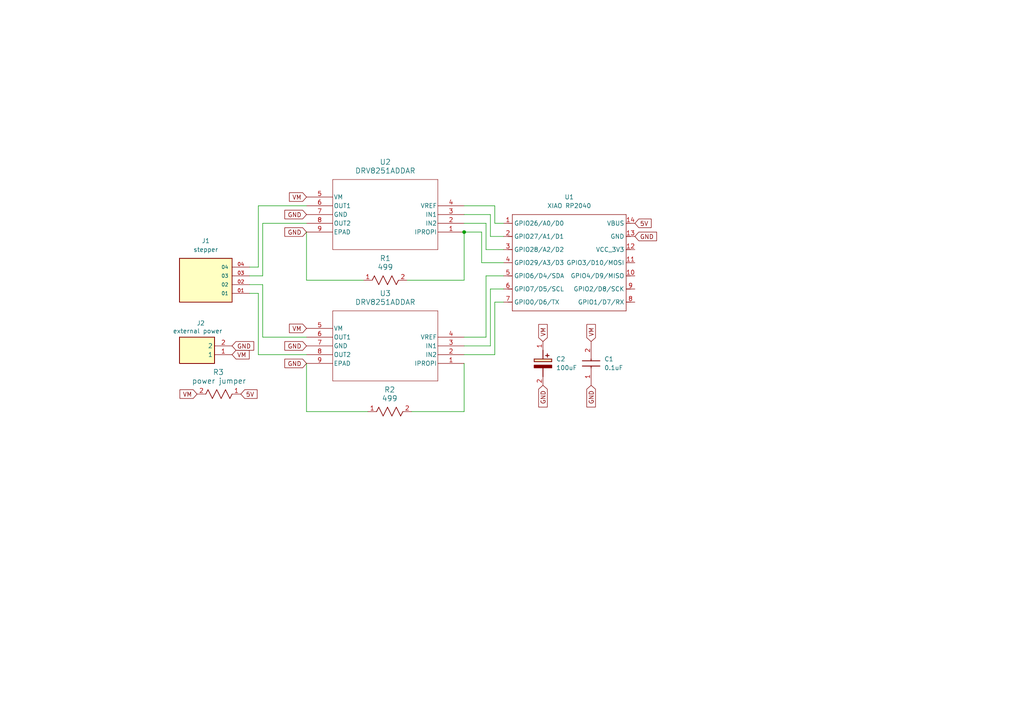
<source format=kicad_sch>
(kicad_sch (version 20250114) (generator "eeschema") (generator_version "9.0")
  (paper "A4")
  (lib_symbols
    (symbol "Neil:Capacitor 1206" (pin_names (hide yes))
      (property "Reference" "C" (at 8.89 6.35 0))
      (property "Value" "1uF" (at 8.89 3.81 0))
      (symbol "Capacitor 1206_1_1"
        (polyline (pts (xy 5.08 0) (xy 5.588 0)) (stroke (width 0.254)))
        (polyline (pts (xy 5.588 2.54) (xy 5.588 -2.54)) (stroke (width 0.254)))
        (polyline (pts (xy 7.112 2.54) (xy 7.112 -2.54)) (stroke (width 0.254)))
        (polyline (pts (xy 7.112 0) (xy 7.62 0)) (stroke (width 0.254)))
        (pin passive line (at 0 0 0) (length 5.08) (name "1") (number "1"))
        (pin passive line (at 12.7 0 180) (length 5.08) (name "2") (number "2"))
      )
    )
    (symbol "Neil:DRV8251ADDAR" (pin_names (offset 0.254))
      (property "Reference" "U" (at 22.86 10.16 0))
      (property "Value" "DRV8251ADDAR" (at 22.86 7.62 0))
      (symbol "DRV8251ADDAR_0_1"
        (polyline (pts (xy 7.62 5.08) (xy 7.62 -15.24)) (stroke (width 0.127)))
        (polyline (pts (xy 7.62 -15.24) (xy 38.1 -15.24)) (stroke (width 0.127)))
        (polyline (pts (xy 38.1 5.08) (xy 7.62 5.08)) (stroke (width 0.127)))
        (polyline (pts (xy 38.1 -15.24) (xy 38.1 5.08)) (stroke (width 0.127)))
        (pin power_in line (at 0 0 0) (length 7.62) (name "IPROPI") (number "1"))
        (pin input line (at 0 -2.54 0) (length 7.62) (name "IN2") (number "2"))
        (pin input line (at 0 -5.08 0) (length 7.62) (name "IN1") (number "3"))
        (pin power_in line (at 0 -7.62 0) (length 7.62) (name "VREF") (number "4"))
        (pin power_out line (at 45.72 0 180) (length 7.62) (name "EPAD") (number "9"))
        (pin output line (at 45.72 -2.54 180) (length 7.62) (name "OUT2") (number "8"))
        (pin power_out line (at 45.72 -5.08 180) (length 7.62) (name "GND") (number "7"))
        (pin output line (at 45.72 -7.62 180) (length 7.62) (name "OUT1") (number "6"))
        (pin power_in line (at 45.72 -10.16 180) (length 7.62) (name "VM") (number "5"))
      )
    )
    (symbol "Neil:Resistor 1206" (pin_names (offset 0.254))
      (property "Reference" "R" (at 5.715 3.81 0))
      (property "Value" "1k" (at 6.35 -3.81 0))
      (symbol "Resistor 1206_1_1"
        (polyline (pts (xy 2.54 0) (xy 3.175 1.27)) (stroke (width 0.2032)))
        (polyline (pts (xy 3.175 1.27) (xy 4.445 -1.27)) (stroke (width 0.2032)))
        (polyline (pts (xy 4.445 -1.27) (xy 5.715 1.27)) (stroke (width 0.2032)))
        (polyline (pts (xy 5.715 1.27) (xy 6.985 -1.27)) (stroke (width 0.2032)))
        (polyline (pts (xy 6.985 -1.27) (xy 8.255 1.27)) (stroke (width 0.2032)))
        (polyline (pts (xy 8.255 1.27) (xy 9.525 -1.27)) (stroke (width 0.2032)))
        (polyline (pts (xy 9.525 -1.27) (xy 10.16 0)) (stroke (width 0.2032)))
        (pin unspecified line (at 0 0 0) (length 2.54) (name "") (number "1"))
        (pin unspecified line (at 12.7 0 180) (length 2.54) (name "") (number "2"))
      )
      (symbol "Resistor 1206_1_2"
        (polyline (pts (xy -1.27 8.255) (xy 1.27 9.525)) (stroke (width 0.2032)))
        (polyline (pts (xy -1.27 5.715) (xy 1.27 6.985)) (stroke (width 0.2032)))
        (polyline (pts (xy -1.27 3.175) (xy 1.27 4.445)) (stroke (width 0.2032)))
        (polyline (pts (xy 0 2.54) (xy -1.27 3.175)) (stroke (width 0.2032)))
        (polyline (pts (xy 1.27 9.525) (xy 0 10.16)) (stroke (width 0.2032)))
        (polyline (pts (xy 1.27 6.985) (xy -1.27 8.255)) (stroke (width 0.2032)))
        (polyline (pts (xy 1.27 4.445) (xy -1.27 5.715)) (stroke (width 0.2032)))
        (pin unspecified line (at 0 12.7 270) (length 2.54) (name "") (number "1"))
        (pin unspecified line (at 0 0 90) (length 2.54) (name "") (number "2"))
      )
    )
    (symbol "Neil:XIAO RP2040"
      (property "Reference" "U" (at 1.016 2.794 0))
      (property "Value" "XIAO-RP2040" (at 7.62 1.016 0))
      (symbol "XIAO RP2040_1_0"
        (polyline (pts (xy 0 0) (xy 33.02 0)) (stroke (width 0.1524)))
        (polyline (pts (xy 0 -2.54) (xy -1.27 -2.54)) (stroke (width 0.1524)))
        (polyline (pts (xy 0 -2.54) (xy 0 0)) (stroke (width 0.1524)))
        (polyline (pts (xy 0 -6.35) (xy -1.27 -6.35)) (stroke (width 0.1524)))
        (polyline (pts (xy 0 -6.35) (xy 0 -2.54)) (stroke (width 0.1524)))
        (polyline (pts (xy 0 -10.16) (xy -1.27 -10.16)) (stroke (width 0.1524)))
        (polyline (pts (xy 0 -10.16) (xy 0 -6.35)) (stroke (width 0.1524)))
        (polyline (pts (xy 0 -13.97) (xy -1.27 -13.97)) (stroke (width 0.1524)))
        (polyline (pts (xy 0 -13.97) (xy 0 -10.16)) (stroke (width 0.1524)))
        (polyline (pts (xy 0 -17.78) (xy -1.27 -17.78)) (stroke (width 0.1524)))
        (polyline (pts (xy 0 -21.59) (xy -1.27 -21.59)) (stroke (width 0.1524)))
        (polyline (pts (xy 0 -25.4) (xy -1.27 -25.4)) (stroke (width 0.1524)))
        (polyline (pts (xy 0 -27.94) (xy 0 -13.97)) (stroke (width 0.1524)))
        (polyline (pts (xy 33.02 0) (xy 33.02 -2.54)) (stroke (width 0.1524)))
        (polyline (pts (xy 33.02 -2.54) (xy 33.02 -6.35)) (stroke (width 0.1524)))
        (polyline (pts (xy 33.02 -6.35) (xy 33.02 -10.16)) (stroke (width 0.1524)))
        (polyline (pts (xy 33.02 -10.16) (xy 33.02 -27.94)) (stroke (width 0.1524)))
        (polyline (pts (xy 33.02 -27.94) (xy 0 -27.94)) (stroke (width 0.1524)))
        (polyline (pts (xy 34.29 -2.54) (xy 33.02 -2.54)) (stroke (width 0.1524)))
        (polyline (pts (xy 34.29 -6.35) (xy 33.02 -6.35)) (stroke (width 0.1524)))
        (polyline (pts (xy 34.29 -10.16) (xy 33.02 -10.16)) (stroke (width 0.1524)))
        (polyline (pts (xy 34.29 -13.97) (xy 33.02 -13.97)) (stroke (width 0.1524)))
        (polyline (pts (xy 34.29 -17.78) (xy 33.02 -17.78)) (stroke (width 0.1524)))
        (polyline (pts (xy 34.29 -21.59) (xy 33.02 -21.59)) (stroke (width 0.1524)))
        (polyline (pts (xy 34.29 -25.4) (xy 33.02 -25.4)) (stroke (width 0.1524)))
        (pin passive line (at -2.54 -2.54 0) (length 2.54) (name "GPIO26/A0/D0") (number "1"))
        (pin passive line (at -2.54 -6.35 0) (length 2.54) (name "GPIO27/A1/D1") (number "2"))
        (pin passive line (at -2.54 -10.16 0) (length 2.54) (name "GPIO28/A2/D2") (number "3"))
        (pin passive line (at -2.54 -13.97 0) (length 2.54) (name "GPIO29/A3/D3") (number "4"))
        (pin passive line (at -2.54 -17.78 0) (length 2.54) (name "GPIO6/D4/SDA") (number "5"))
        (pin passive line (at -2.54 -21.59 0) (length 2.54) (name "GPIO7/D5/SCL") (number "6"))
        (pin passive line (at -2.54 -25.4 0) (length 2.54) (name "GPIO0/D6/TX") (number "7"))
        (pin passive line (at 35.56 -2.54 180) (length 2.54) (name "VBUS") (number "14"))
        (pin passive line (at 35.56 -6.35 180) (length 2.54) (name "GND") (number "13"))
        (pin passive line (at 35.56 -10.16 180) (length 2.54) (name "VCC_3V3") (number "12"))
        (pin passive line (at 35.56 -13.97 180) (length 2.54) (name "GPIO3/D10/MOSI") (number "11"))
        (pin passive line (at 35.56 -17.78 180) (length 2.54) (name "GPIO4/D9/MISO") (number "10"))
        (pin passive line (at 35.56 -21.59 180) (length 2.54) (name "GPIO2/D8/SCK") (number "9"))
        (pin passive line (at 35.56 -25.4 180) (length 2.54) (name "GPIO1/D7/RX") (number "8"))
      )
    )
    (symbol "Neil:capacitor 0.26x0.26" (pin_names (hide yes))
      (property "Reference" "C" (at 8.89 6.35 0))
      (property "Value" "100uF" (at 8.89 3.81 0))
      (symbol "capacitor 0.26x0.26_1_1"
        (polyline (pts (xy 2.54 0) (xy 5.08 0)) (stroke (width 0.254)))
        (polyline (pts (xy 4.064 1.778) (xy 4.064 0.762)) (stroke (width 0.254)))
        (polyline (pts (xy 4.572 1.27) (xy 3.556 1.27)) (stroke (width 0.254)))
        (rectangle (start 5.08 2.54) (end 5.842 -2.54) (stroke (width 0.254)) (fill (type background)))
        (polyline (pts (xy 7.62 2.54) (xy 7.62 -2.54) (xy 6.858 -2.54) (xy 6.858 2.54) (xy 7.62 2.54)) (stroke (width 0.254)) (fill (type outline)))
        (polyline (pts (xy 7.62 0) (xy 10.16 0)) (stroke (width 0.254)))
        (pin passive line (at 0 0 0) (length 2.54) (name "+") (number "1"))
        (pin passive line (at 12.7 0 180) (length 2.54) (name "-") (number "2"))
      )
    )
    (symbol "Neil:right angle 2 pins"
      (property "Reference" "J" (at 16.51 7.62 0))
      (property "Value" "right angle 2" (at 16.51 5.08 0))
      (symbol "right angle 2 pins_1_1"
        (rectangle (start 5.08 2.54) (end 15.24 -5.08) (stroke (width 0.254)) (fill (type background)))
        (pin passive line (at 0 0 0) (length 5.08) (name "1") (number "1"))
        (pin passive line (at 0 -2.54 0) (length 5.08) (name "2") (number "2"))
      )
    )
    (symbol "Neil:right angle header 4 pins" (pin_names (offset 1.016))
      (property "Reference" "J" (at -8.12 7.62 0))
      (property "Value" "right angle header 4 pins" (at -7.62 -7.62 0))
      (symbol "right angle header 4 pins_0_0"
        (rectangle (start -7.62 -5.08) (end 7.62 7.62) (stroke (width 0.254)) (fill (type background)))
        (pin passive line (at -12.7 5.08 0) (length 5.08) (name "01") (number "01"))
        (pin passive line (at -12.7 2.54 0) (length 5.08) (name "02") (number "02"))
        (pin passive line (at -12.7 0 0) (length 5.08) (name "03") (number "03"))
        (pin passive line (at -12.7 -2.54 0) (length 5.08) (name "04") (number "04"))
      )
    )
  )
  (junction (at 134.62 67.31))
  (wire (pts (xy 76.2 80.01) (xy 72.39 80.01)))
  (wire (pts (xy 76.2 64.77) (xy 76.2 80.01)))
  (wire (pts (xy 134.62 62.23) (xy 142.24 62.23)))
  (wire (pts (xy 106.68 119.38) (xy 88.9 119.38)))
  (wire (pts (xy 139.7 76.2) (xy 146.05 76.2)))
  (wire (pts (xy 118.11 81.28) (xy 134.62 81.28)))
  (wire (pts (xy 88.9 81.28) (xy 88.9 67.31)))
  (wire (pts (xy 134.62 97.79) (xy 140.97 97.79)))
  (wire (pts (xy 134.62 100.33) (xy 142.24 100.33)))
  (wire (pts (xy 74.93 77.47) (xy 72.39 77.47)))
  (wire (pts (xy 143.51 59.69) (xy 143.51 64.77)))
  (wire (pts (xy 88.9 119.38) (xy 88.9 105.41)))
  (wire (pts (xy 134.62 67.31) (xy 139.7 67.31)))
  (wire (pts (xy 142.24 83.82) (xy 146.05 83.82)))
  (wire (pts (xy 134.62 119.38) (xy 134.62 105.41)))
  (wire (pts (xy 88.9 64.77) (xy 76.2 64.77)))
  (wire (pts (xy 140.97 97.79) (xy 140.97 80.01)))
  (wire (pts (xy 74.93 102.87) (xy 74.93 85.09)))
  (wire (pts (xy 88.9 59.69) (xy 74.93 59.69)))
  (wire (pts (xy 143.51 64.77) (xy 146.05 64.77)))
  (wire (pts (xy 88.9 97.79) (xy 76.2 97.79)))
  (wire (pts (xy 142.24 100.33) (xy 142.24 83.82)))
  (wire (pts (xy 134.62 102.87) (xy 143.51 102.87)))
  (wire (pts (xy 143.51 87.63) (xy 146.05 87.63)))
  (wire (pts (xy 142.24 68.58) (xy 146.05 68.58)))
  (wire (pts (xy 134.62 59.69) (xy 143.51 59.69)))
  (wire (pts (xy 134.62 81.28) (xy 134.62 67.31)))
  (wire (pts (xy 105.41 81.28) (xy 88.9 81.28)))
  (wire (pts (xy 140.97 64.77) (xy 140.97 72.39)))
  (wire (pts (xy 140.97 80.01) (xy 146.05 80.01)))
  (wire (pts (xy 139.7 67.31) (xy 139.7 76.2)))
  (wire (pts (xy 143.51 102.87) (xy 143.51 87.63)))
  (wire (pts (xy 140.97 72.39) (xy 146.05 72.39)))
  (wire (pts (xy 76.2 97.79) (xy 76.2 82.55)))
  (wire (pts (xy 88.9 102.87) (xy 74.93 102.87)))
  (wire (pts (xy 134.62 64.77) (xy 140.97 64.77)))
  (wire (pts (xy 74.93 59.69) (xy 74.93 77.47)))
  (wire (pts (xy 142.24 62.23) (xy 142.24 68.58)))
  (wire (pts (xy 76.2 82.55) (xy 72.39 82.55)))
  (wire (pts (xy 74.93 85.09) (xy 72.39 85.09)))
  (wire (pts (xy 119.38 119.38) (xy 134.62 119.38)))
  (global_label "VM" (shape input) (at 171.45 99.06 90) (property "Intersheetrefs" "${INTERSHEET_REFS}" (effects (hide yes))))
  (global_label "VM" (shape input) (at 157.48 99.06 90) (property "Intersheetrefs" "${INTERSHEET_REFS}" (effects (hide yes))))
  (global_label "VM" (shape input) (at 67.31 102.87 0) (property "Intersheetrefs" "${INTERSHEET_REFS}" (effects (hide yes))))
  (global_label "5V" (shape input) (at 184.15 64.77 0) (property "Intersheetrefs" "${INTERSHEET_REFS}" (effects (hide yes))))
  (global_label "GND" (shape input) (at 88.9 105.41 180) (property "Intersheetrefs" "${INTERSHEET_REFS}" (effects (hide yes))))
  (global_label "GND" (shape input) (at 88.9 67.31 180) (property "Intersheetrefs" "${INTERSHEET_REFS}" (effects (hide yes))))
  (global_label "GND" (shape input) (at 157.48 111.76 270) (property "Intersheetrefs" "${INTERSHEET_REFS}" (effects (hide yes))))
  (global_label "GND" (shape input) (at 88.9 100.33 180) (property "Intersheetrefs" "${INTERSHEET_REFS}" (effects (hide yes))))
  (global_label "VM" (shape input) (at 57.15 114.3 180) (property "Intersheetrefs" "${INTERSHEET_REFS}" (effects (hide yes))))
  (global_label "GND" (shape input) (at 171.45 111.76 270) (property "Intersheetrefs" "${INTERSHEET_REFS}" (effects (hide yes))))
  (global_label "GND" (shape input) (at 88.9 62.23 180) (property "Intersheetrefs" "${INTERSHEET_REFS}" (effects (hide yes))))
  (global_label "GND" (shape input) (at 184.15 68.58 0) (property "Intersheetrefs" "${INTERSHEET_REFS}" (effects (hide yes))))
  (global_label "VM" (shape input) (at 88.9 57.15 180) (property "Intersheetrefs" "${INTERSHEET_REFS}" (effects (hide yes))))
  (global_label "5V" (shape input) (at 69.85 114.3 0) (property "Intersheetrefs" "${INTERSHEET_REFS}" (effects (hide yes))))
  (global_label "GND" (shape input) (at 67.31 100.33 0) (property "Intersheetrefs" "${INTERSHEET_REFS}" (effects (hide yes))))
  (global_label "VM" (shape input) (at 88.9 95.25 180) (property "Intersheetrefs" "${INTERSHEET_REFS}" (effects (hide yes))))
  (symbol (lib_id "Neil:DRV8251ADDAR") (at 134.62 105.41 180) (unit 1)
    (property "Reference" "U3" (at 111.76 85.09 0) (effects (font (size 1.524 1.524))))
    (property "Value" "DRV8251ADDAR" (at 111.76 87.63 0) (effects (font (size 1.524 1.524))))
    (property "Footprint" "Neil:DRV8251ADDAR" (effects (hide yes)))
    (property "Datasheet" "DRV8251ADDAR" (effects (hide yes)))
  )
  (symbol (lib_id "Neil:right angle 2 pins") (at 67.31 102.87 180) (unit 1)
    (property "Reference" "J2" (at 59.436 93.726 0) (effects (justify left)))
    (property "Value" "external power" (at 64.516 96.012 0) (effects (justify left)))
    (property "Footprint" "Neil:right angle header 2 pins" (effects (hide yes)))
    (property "Datasheet" "http://suddendocs.samtec.com/prints/tsm-1xx-xx-xxx-xx-x-xxx-x-mkt.pdf" (effects (hide yes)))
    (property "Description" "2 Position, Dual-Row, .100&quot; Surface Mount Terminal Strip, Single-Row Vertical" (effects (hide yes)))
    (property "Manufacturer_Name" "SAMTEC" (effects (hide yes)))
    (property "Manufacturer_Part_Number" "TSM-102-02-H-SH" (effects (hide yes)))
  )
  (symbol (lib_id "Neil:Resistor 1206") (at 106.68 119.38 0) (unit 1)
    (property "Reference" "R2" (at 113.03 113.03 0) (effects (font (size 1.524 1.524))))
    (property "Value" "499" (at 113.03 115.57 0) (effects (font (size 1.524 1.524))))
    (property "Footprint" "Neil:Resistor 1206" (effects (hide yes)))
    (property "Datasheet" "RC1206FR-071KL" (effects (hide yes)))
  )
  (symbol (lib_id "Neil:Resistor 1206") (at 69.85 114.3 180) (unit 1)
    (property "Reference" "R3" (at 61.722 107.95 0) (effects (font (size 1.524 1.524)) (justify right)))
    (property "Value" "power jumper" (at 55.626 110.49 0) (effects (font (size 1.524 1.524)) (justify right)))
    (property "Footprint" "Neil:Resistor 1206" (effects (hide yes)))
    (property "Datasheet" "RC1206FR-071KL" (effects (hide yes)))
  )
  (symbol (lib_id "Neil:XIAO RP2040") (at 148.59 62.23 0) (unit 1)
    (property "Reference" "U1" (at 165.1 57.15 0))
    (property "Value" "XIAO RP2040" (at 165.1 59.69 0))
    (property "Footprint" "Neil:XIAO-RP2040-SMD" (effects (hide yes)))
  )
  (symbol (lib_id "Neil:right angle header 4 pins") (at 59.69 80.01 180) (unit 1)
    (property "Reference" "J1" (at 59.69 69.85 0))
    (property "Value" "stepper" (at 59.69 72.39 0))
    (property "Footprint" "Neil:right angle header 4 pins" (effects (hide yes)))
    (property "MF" "Samtec" (effects (hide yes)))
    (property "Description_1" "Connector Header Surface Mount, Right Angle 4 position 0.100 (2.54mm)" (effects (hide yes)))
    (property "Package" "None" (effects (hide yes)))
    (property "Price" "None" (effects (hide yes)))
    (property "Check_prices" "https://www.snapeda.com/parts/TSM-104-01-S-SH-K-TR/Samtec/view-part/?ref=eda" (effects (hide yes)))
    (property "STANDARD" "Manufacturer Recommendations" (effects (hide yes)))
    (property "PARTREV" "R" (effects (hide yes)))
    (property "SnapEDA_Link" "https://www.snapeda.com/parts/TSM-104-01-S-SH-K-TR/Samtec/view-part/?ref=snap" (effects (hide yes)))
    (property "MP" "TSM-104-01-S-SH-K-TR" (effects (hide yes)))
    (property "Availability" "In Stock" (effects (hide yes)))
    (property "MANUFACTURER" "Samtec" (effects (hide yes)))
  )
  (symbol (lib_id "Neil:Capacitor 1206") (at 171.45 111.76 90) (unit 1)
    (property "Reference" "C1" (at 175.26 104.1399 90) (effects (justify right)))
    (property "Value" "0.1uF" (at 175.26 106.6799 90) (effects (justify right)))
    (property "Footprint" "Neil:Resistor 1206" (effects (hide yes)))
    (property "Datasheet" "https://product.tdk.com/info/en/catalog/datasheets/mlcc_commercial_midvoltage_en.pdf" (effects (hide yes)))
    (property "Description" "1206 X7R ceramic capacitor 50V 1uF TDK C3216 C 1uF Ceramic Multilayer Capacitor, 50 V dc X7R Dielectric +/-10% SMD" (effects (hide yes)))
    (property "Height" "1.8" (effects (hide yes)))
    (property "Manufacturer_Name" "TDK" (effects (hide yes)))
    (property "Manufacturer_Part_Number" "C3216X7R1H105K160AB" (effects (hide yes)))
    (property "Mouser Part Number" "810-C3216X7R1H105K" (effects (hide yes)))
    (property "Mouser Price/Stock" "https://www.mouser.co.uk/ProductDetail/TDK/C3216X7R1H105K160AB?qs=NRhsANhppD9o2v7nR8CCQg%3D%3D" (effects (hide yes)))
    (property "Arrow Part Number" "C3216X7R1H105K160AB" (effects (hide yes)))
    (property "Arrow Price/Stock" "https://www.arrow.com/en/products/c3216x7r1h105k160ab/tdk?region=nac" (effects (hide yes)))
  )
  (symbol (lib_id "Neil:Resistor 1206") (at 105.41 81.28 0) (unit 1)
    (property "Reference" "R1" (at 111.76 74.93 0) (effects (font (size 1.524 1.524))))
    (property "Value" "499" (at 111.76 77.47 0) (effects (font (size 1.524 1.524))))
    (property "Footprint" "Neil:Resistor 1206" (effects (hide yes)))
    (property "Datasheet" "RC1206FR-071KL" (effects (hide yes)))
  )
  (symbol (lib_id "Neil:capacitor 0.26x0.26") (at 157.48 99.06 270) (unit 1)
    (property "Reference" "C2" (at 161.29 104.1399 90) (effects (justify left)))
    (property "Value" "100uF" (at 161.29 106.6799 90) (effects (justify left)))
    (property "Footprint" "Neil:EEEHP1H4R7P" (effects (hide yes)))
    (property "Datasheet" "http://industrial.panasonic.com/cdbs/www-data/pdf/RDE0000/RDE0000C1266.pdf" (effects (hide yes)))
    (property "Description" "Aluminum Electrolytic Capacitors - SMD 25VDC 100uF 20% 6.3x5.8mm AEC-Q200" (effects (hide yes)))
    (property "Manufacturer_Name" "Panasonic" (effects (hide yes)))
    (property "Manufacturer_Part_Number" "EEE-FN1E101UL" (effects (hide yes)))
    (property "Mouser Part Number" "667-EEE-FN1E101UL" (effects (hide yes)))
    (property "Mouser Price/Stock" "https://www.mouser.co.uk/ProductDetail/Panasonic/EEE-FN1E101UL?qs=vmHwEFxEFR%2FTCY6hshedlQ%3D%3D" (effects (hide yes)))
    (property "Arrow Part Number" "EEE-FN1E101UL" (effects (hide yes)))
    (property "Arrow Price/Stock" "https://www.arrow.com/en/products/eee-fn1e101ul/panasonic?region=nac" (effects (hide yes)))
  )
  (symbol (lib_id "Neil:DRV8251ADDAR") (at 134.62 67.31 180) (unit 1)
    (property "Reference" "U2" (at 111.76 46.99 0) (effects (font (size 1.524 1.524))))
    (property "Value" "DRV8251ADDAR" (at 111.76 49.53 0) (effects (font (size 1.524 1.524))))
    (property "Footprint" "Neil:DRV8251ADDAR" (effects (hide yes)))
    (property "Datasheet" "DRV8251ADDAR" (effects (hide yes)))
  )
)
</source>
